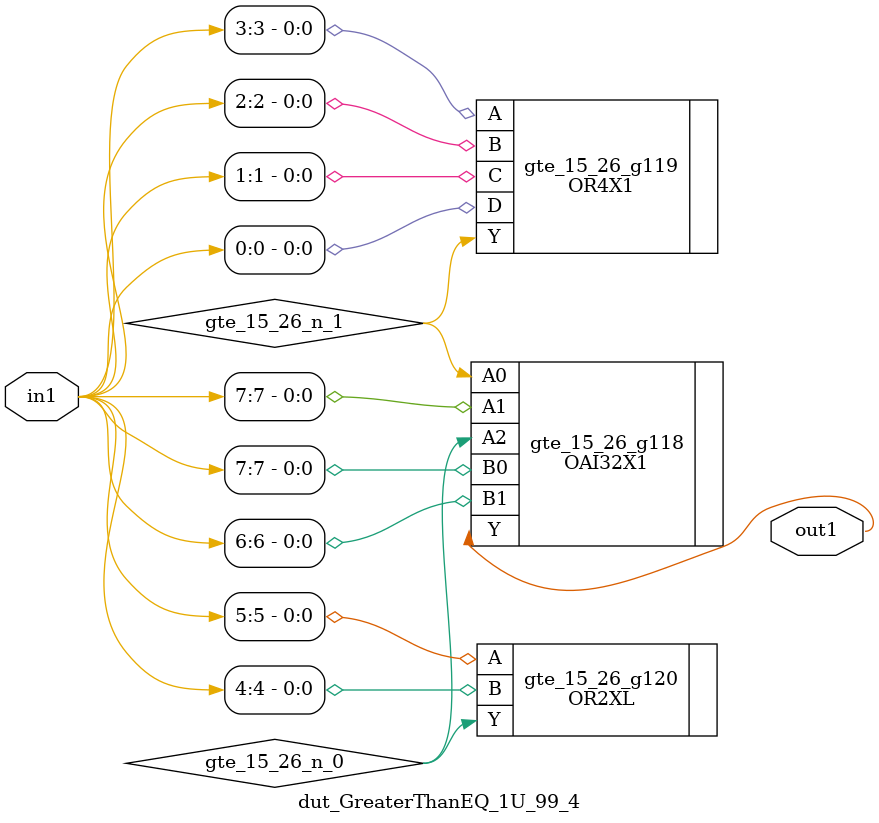
<source format=v>
`timescale 1ps / 1ps


module dut_GreaterThanEQ_1U_99_4(in1, out1);
  input [7:0] in1;
  output out1;
  wire [7:0] in1;
  wire out1;
  wire gte_15_26_n_0, gte_15_26_n_1;
  OAI32X1 gte_15_26_g118(.A0 (gte_15_26_n_1), .A1 (in1[7]), .A2
       (gte_15_26_n_0), .B0 (in1[7]), .B1 (in1[6]), .Y (out1));
  OR4X1 gte_15_26_g119(.A (in1[3]), .B (in1[2]), .C (in1[1]), .D
       (in1[0]), .Y (gte_15_26_n_1));
  OR2XL gte_15_26_g120(.A (in1[5]), .B (in1[4]), .Y (gte_15_26_n_0));
endmodule



</source>
